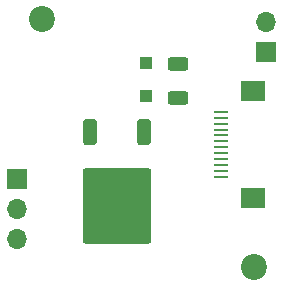
<source format=gbr>
%TF.GenerationSoftware,KiCad,Pcbnew,8.0.3*%
%TF.CreationDate,2024-06-15T19:32:54-05:00*%
%TF.ProjectId,VIK-Solenoid,56494b2d-536f-46c6-956e-6f69642e6b69,rev?*%
%TF.SameCoordinates,Original*%
%TF.FileFunction,Soldermask,Bot*%
%TF.FilePolarity,Negative*%
%FSLAX46Y46*%
G04 Gerber Fmt 4.6, Leading zero omitted, Abs format (unit mm)*
G04 Created by KiCad (PCBNEW 8.0.3) date 2024-06-15 19:32:54*
%MOMM*%
%LPD*%
G01*
G04 APERTURE LIST*
G04 Aperture macros list*
%AMRoundRect*
0 Rectangle with rounded corners*
0 $1 Rounding radius*
0 $2 $3 $4 $5 $6 $7 $8 $9 X,Y pos of 4 corners*
0 Add a 4 corners polygon primitive as box body*
4,1,4,$2,$3,$4,$5,$6,$7,$8,$9,$2,$3,0*
0 Add four circle primitives for the rounded corners*
1,1,$1+$1,$2,$3*
1,1,$1+$1,$4,$5*
1,1,$1+$1,$6,$7*
1,1,$1+$1,$8,$9*
0 Add four rect primitives between the rounded corners*
20,1,$1+$1,$2,$3,$4,$5,0*
20,1,$1+$1,$4,$5,$6,$7,0*
20,1,$1+$1,$6,$7,$8,$9,0*
20,1,$1+$1,$8,$9,$2,$3,0*%
G04 Aperture macros list end*
%ADD10C,2.200000*%
%ADD11R,1.700000X1.700000*%
%ADD12O,1.700000X1.700000*%
%ADD13R,1.250000X0.280000*%
%ADD14R,2.000000X1.800000*%
%ADD15RoundRect,0.250000X-0.625000X0.312500X-0.625000X-0.312500X0.625000X-0.312500X0.625000X0.312500X0*%
%ADD16RoundRect,0.250000X0.300000X-0.300000X0.300000X0.300000X-0.300000X0.300000X-0.300000X-0.300000X0*%
%ADD17RoundRect,0.250000X-0.350000X0.850000X-0.350000X-0.850000X0.350000X-0.850000X0.350000X0.850000X0*%
%ADD18RoundRect,0.249997X-2.650003X2.950003X-2.650003X-2.950003X2.650003X-2.950003X2.650003X2.950003X0*%
G04 APERTURE END LIST*
D10*
%TO.C,REF\u002A\u002A*%
X202240000Y-93660000D03*
%TD*%
%TO.C,REF\u002A\u002A*%
X184250000Y-72670000D03*
%TD*%
%TO.C,*%
X184250000Y-72670000D03*
%TD*%
%TO.C,*%
X202240000Y-93660000D03*
%TD*%
D11*
%TO.C,J1*%
X203240000Y-75445000D03*
D12*
X203240000Y-72905000D03*
%TD*%
D11*
%TO.C,J3*%
X182120000Y-86215000D03*
D12*
X182120000Y-88755000D03*
X182120000Y-91295000D03*
%TD*%
D13*
%TO.C,J2*%
X199382000Y-80510000D03*
X199382000Y-81010000D03*
X199382000Y-81510000D03*
X199382000Y-82010000D03*
X199382000Y-82510000D03*
X199382000Y-83010000D03*
X199382000Y-83510000D03*
X199382000Y-84010000D03*
X199382000Y-84510000D03*
X199382000Y-85010000D03*
X199382000Y-85510000D03*
X199382000Y-86010000D03*
D14*
X202106000Y-87810000D03*
X202106000Y-78710000D03*
%TD*%
D15*
%TO.C,R1*%
X195790000Y-76437500D03*
X195790000Y-79362500D03*
%TD*%
D16*
%TO.C,D1*%
X193040000Y-79180000D03*
X193040000Y-76380000D03*
%TD*%
D17*
%TO.C,Q1*%
X188292500Y-82210000D03*
D18*
X190572500Y-88510000D03*
D17*
X192852500Y-82210000D03*
%TD*%
M02*

</source>
